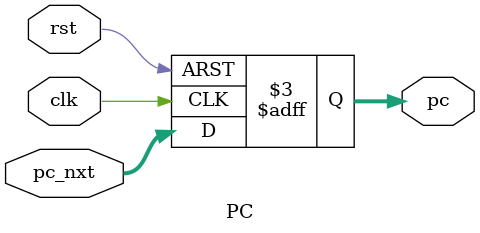
<source format=v>
module PC (
	input				clk,
	input				rst,
	input		[31:0]	pc_nxt, 
	output	reg	[31:0]	pc
	);

always @(posedge clk or negedge rst)
	begin
		if(!rst)
			pc <=0;
		else
			pc <= pc_nxt;
	end 
endmodule 
</source>
